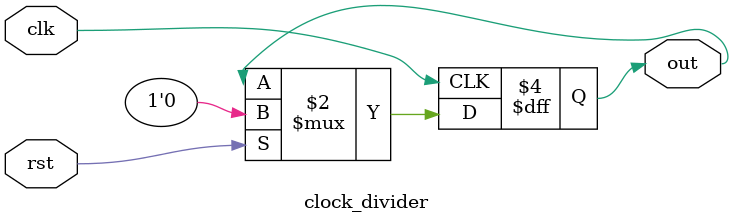
<source format=v>
module clock_divider (
    input clk,  // clock
    input rst,  // reset
    output reg out
  );

  parameter WIDTH = 32;
  parameter DIV = 100;
  parameter HALF_DIV = DIV/2;

  parameter _DIV_MATCH = DIV - 1;

  /* Sequential Logic */
  always @(posedge clk) begin
    if (rst) begin
      out <= 0;
    end else begin

    end
  end

endmodule

</source>
